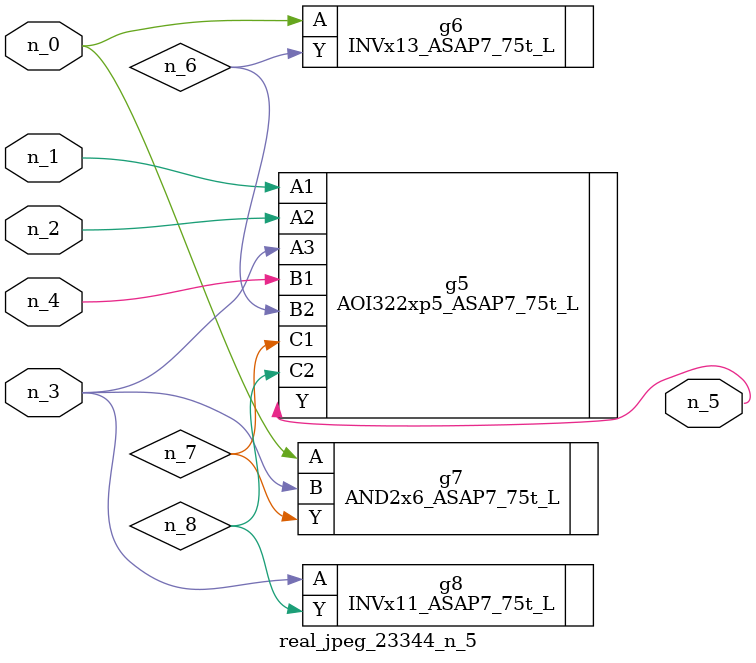
<source format=v>
module real_jpeg_23344_n_5 (n_4, n_0, n_1, n_2, n_3, n_5);

input n_4;
input n_0;
input n_1;
input n_2;
input n_3;

output n_5;

wire n_8;
wire n_6;
wire n_7;

INVx13_ASAP7_75t_L g6 ( 
.A(n_0),
.Y(n_6)
);

AND2x6_ASAP7_75t_L g7 ( 
.A(n_0),
.B(n_3),
.Y(n_7)
);

AOI322xp5_ASAP7_75t_L g5 ( 
.A1(n_1),
.A2(n_2),
.A3(n_3),
.B1(n_4),
.B2(n_6),
.C1(n_7),
.C2(n_8),
.Y(n_5)
);

INVx11_ASAP7_75t_L g8 ( 
.A(n_3),
.Y(n_8)
);


endmodule
</source>
